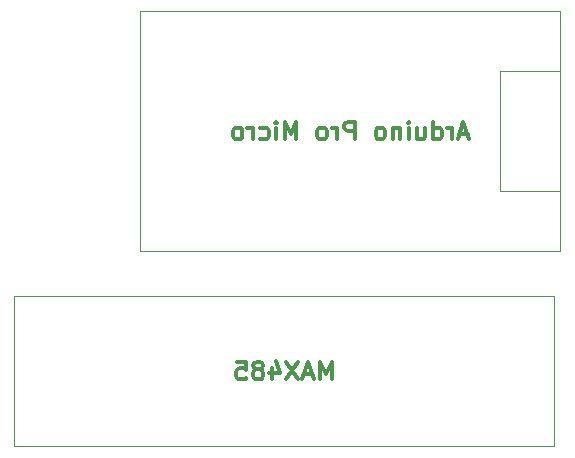
<source format=gbr>
%TF.GenerationSoftware,KiCad,Pcbnew,6.0.2+dfsg-1*%
%TF.CreationDate,2022-09-06T17:18:23-04:00*%
%TF.ProjectId,main-skulls,6d61696e-2d73-46b7-956c-6c732e6b6963,rev?*%
%TF.SameCoordinates,Original*%
%TF.FileFunction,Legend,Bot*%
%TF.FilePolarity,Positive*%
%FSLAX46Y46*%
G04 Gerber Fmt 4.6, Leading zero omitted, Abs format (unit mm)*
G04 Created by KiCad (PCBNEW 6.0.2+dfsg-1) date 2022-09-06 17:18:23*
%MOMM*%
%LPD*%
G01*
G04 APERTURE LIST*
%ADD10C,0.300000*%
%ADD11C,0.120000*%
G04 APERTURE END LIST*
D10*
X158940000Y-109898571D02*
X158940000Y-108398571D01*
X158440000Y-109470000D01*
X157940000Y-108398571D01*
X157940000Y-109898571D01*
X157297142Y-109470000D02*
X156582857Y-109470000D01*
X157440000Y-109898571D02*
X156940000Y-108398571D01*
X156440000Y-109898571D01*
X156082857Y-108398571D02*
X155082857Y-109898571D01*
X155082857Y-108398571D02*
X156082857Y-109898571D01*
X153868571Y-108898571D02*
X153868571Y-109898571D01*
X154225714Y-108327142D02*
X154582857Y-109398571D01*
X153654285Y-109398571D01*
X152868571Y-109041428D02*
X153011428Y-108970000D01*
X153082857Y-108898571D01*
X153154285Y-108755714D01*
X153154285Y-108684285D01*
X153082857Y-108541428D01*
X153011428Y-108470000D01*
X152868571Y-108398571D01*
X152582857Y-108398571D01*
X152440000Y-108470000D01*
X152368571Y-108541428D01*
X152297142Y-108684285D01*
X152297142Y-108755714D01*
X152368571Y-108898571D01*
X152440000Y-108970000D01*
X152582857Y-109041428D01*
X152868571Y-109041428D01*
X153011428Y-109112857D01*
X153082857Y-109184285D01*
X153154285Y-109327142D01*
X153154285Y-109612857D01*
X153082857Y-109755714D01*
X153011428Y-109827142D01*
X152868571Y-109898571D01*
X152582857Y-109898571D01*
X152440000Y-109827142D01*
X152368571Y-109755714D01*
X152297142Y-109612857D01*
X152297142Y-109327142D01*
X152368571Y-109184285D01*
X152440000Y-109112857D01*
X152582857Y-109041428D01*
X150940000Y-108398571D02*
X151654285Y-108398571D01*
X151725714Y-109112857D01*
X151654285Y-109041428D01*
X151511428Y-108970000D01*
X151154285Y-108970000D01*
X151011428Y-109041428D01*
X150940000Y-109112857D01*
X150868571Y-109255714D01*
X150868571Y-109612857D01*
X150940000Y-109755714D01*
X151011428Y-109827142D01*
X151154285Y-109898571D01*
X151511428Y-109898571D01*
X151654285Y-109827142D01*
X151725714Y-109755714D01*
X170456571Y-89150000D02*
X169742285Y-89150000D01*
X170599428Y-89578571D02*
X170099428Y-88078571D01*
X169599428Y-89578571D01*
X169099428Y-89578571D02*
X169099428Y-88578571D01*
X169099428Y-88864285D02*
X169028000Y-88721428D01*
X168956571Y-88650000D01*
X168813714Y-88578571D01*
X168670857Y-88578571D01*
X167528000Y-89578571D02*
X167528000Y-88078571D01*
X167528000Y-89507142D02*
X167670857Y-89578571D01*
X167956571Y-89578571D01*
X168099428Y-89507142D01*
X168170857Y-89435714D01*
X168242285Y-89292857D01*
X168242285Y-88864285D01*
X168170857Y-88721428D01*
X168099428Y-88650000D01*
X167956571Y-88578571D01*
X167670857Y-88578571D01*
X167528000Y-88650000D01*
X166170857Y-88578571D02*
X166170857Y-89578571D01*
X166813714Y-88578571D02*
X166813714Y-89364285D01*
X166742285Y-89507142D01*
X166599428Y-89578571D01*
X166385142Y-89578571D01*
X166242285Y-89507142D01*
X166170857Y-89435714D01*
X165456571Y-89578571D02*
X165456571Y-88578571D01*
X165456571Y-88078571D02*
X165528000Y-88150000D01*
X165456571Y-88221428D01*
X165385142Y-88150000D01*
X165456571Y-88078571D01*
X165456571Y-88221428D01*
X164742285Y-88578571D02*
X164742285Y-89578571D01*
X164742285Y-88721428D02*
X164670857Y-88650000D01*
X164528000Y-88578571D01*
X164313714Y-88578571D01*
X164170857Y-88650000D01*
X164099428Y-88792857D01*
X164099428Y-89578571D01*
X163170857Y-89578571D02*
X163313714Y-89507142D01*
X163385142Y-89435714D01*
X163456571Y-89292857D01*
X163456571Y-88864285D01*
X163385142Y-88721428D01*
X163313714Y-88650000D01*
X163170857Y-88578571D01*
X162956571Y-88578571D01*
X162813714Y-88650000D01*
X162742285Y-88721428D01*
X162670857Y-88864285D01*
X162670857Y-89292857D01*
X162742285Y-89435714D01*
X162813714Y-89507142D01*
X162956571Y-89578571D01*
X163170857Y-89578571D01*
X160885142Y-89578571D02*
X160885142Y-88078571D01*
X160313714Y-88078571D01*
X160170857Y-88150000D01*
X160099428Y-88221428D01*
X160028000Y-88364285D01*
X160028000Y-88578571D01*
X160099428Y-88721428D01*
X160170857Y-88792857D01*
X160313714Y-88864285D01*
X160885142Y-88864285D01*
X159385142Y-89578571D02*
X159385142Y-88578571D01*
X159385142Y-88864285D02*
X159313714Y-88721428D01*
X159242285Y-88650000D01*
X159099428Y-88578571D01*
X158956571Y-88578571D01*
X158242285Y-89578571D02*
X158385142Y-89507142D01*
X158456571Y-89435714D01*
X158528000Y-89292857D01*
X158528000Y-88864285D01*
X158456571Y-88721428D01*
X158385142Y-88650000D01*
X158242285Y-88578571D01*
X158028000Y-88578571D01*
X157885142Y-88650000D01*
X157813714Y-88721428D01*
X157742285Y-88864285D01*
X157742285Y-89292857D01*
X157813714Y-89435714D01*
X157885142Y-89507142D01*
X158028000Y-89578571D01*
X158242285Y-89578571D01*
X155956571Y-89578571D02*
X155956571Y-88078571D01*
X155456571Y-89150000D01*
X154956571Y-88078571D01*
X154956571Y-89578571D01*
X154242285Y-89578571D02*
X154242285Y-88578571D01*
X154242285Y-88078571D02*
X154313714Y-88150000D01*
X154242285Y-88221428D01*
X154170857Y-88150000D01*
X154242285Y-88078571D01*
X154242285Y-88221428D01*
X152885142Y-89507142D02*
X153028000Y-89578571D01*
X153313714Y-89578571D01*
X153456571Y-89507142D01*
X153528000Y-89435714D01*
X153599428Y-89292857D01*
X153599428Y-88864285D01*
X153528000Y-88721428D01*
X153456571Y-88650000D01*
X153313714Y-88578571D01*
X153028000Y-88578571D01*
X152885142Y-88650000D01*
X152242285Y-89578571D02*
X152242285Y-88578571D01*
X152242285Y-88864285D02*
X152170857Y-88721428D01*
X152099428Y-88650000D01*
X151956571Y-88578571D01*
X151813714Y-88578571D01*
X151099428Y-89578571D02*
X151242285Y-89507142D01*
X151313714Y-89435714D01*
X151385142Y-89292857D01*
X151385142Y-88864285D01*
X151313714Y-88721428D01*
X151242285Y-88650000D01*
X151099428Y-88578571D01*
X150885142Y-88578571D01*
X150742285Y-88650000D01*
X150670857Y-88721428D01*
X150599428Y-88864285D01*
X150599428Y-89292857D01*
X150670857Y-89435714D01*
X150742285Y-89507142D01*
X150885142Y-89578571D01*
X151099428Y-89578571D01*
D11*
%TO.C,U2*%
X178308000Y-83820000D02*
X173228000Y-83820000D01*
X173228000Y-83820000D02*
X173228000Y-93980000D01*
X173228000Y-93980000D02*
X178308000Y-93980000D01*
X178308000Y-93980000D02*
X178308000Y-83820000D01*
X142748000Y-78740000D02*
X178308000Y-78740000D01*
X178308000Y-78740000D02*
X178308000Y-99060000D01*
X178308000Y-99060000D02*
X142748000Y-99060000D01*
X142748000Y-99060000D02*
X142748000Y-78740000D01*
%TO.C,U1*%
X132080000Y-115570000D02*
X177800000Y-115570000D01*
X177800000Y-115570000D02*
X177800000Y-102870000D01*
X177800000Y-102870000D02*
X132080000Y-102870000D01*
X132080000Y-102870000D02*
X132080000Y-115570000D01*
%TD*%
M02*

</source>
